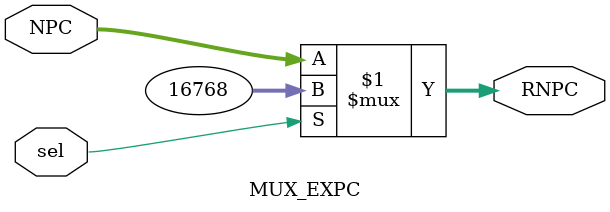
<source format=v>
`timescale 1ns / 1ps
module MUX_EXPC(
    input [31:0] NPC,
    input sel,
    output [31:0] RNPC
    );
	assign RNPC=sel?32'h00004180:NPC;

endmodule

</source>
